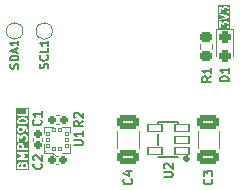
<source format=gbr>
%TF.GenerationSoftware,KiCad,Pcbnew,9.0.0*%
%TF.CreationDate,2025-05-23T15:59:46+04:00*%
%TF.ProjectId,02_04_sensor_barometer_BMP390L,30325f30-345f-4736-956e-736f725f6261,rev?*%
%TF.SameCoordinates,Original*%
%TF.FileFunction,Legend,Top*%
%TF.FilePolarity,Positive*%
%FSLAX46Y46*%
G04 Gerber Fmt 4.6, Leading zero omitted, Abs format (unit mm)*
G04 Created by KiCad (PCBNEW 9.0.0) date 2025-05-23 15:59:46*
%MOMM*%
%LPD*%
G01*
G04 APERTURE LIST*
G04 Aperture macros list*
%AMRoundRect*
0 Rectangle with rounded corners*
0 $1 Rounding radius*
0 $2 $3 $4 $5 $6 $7 $8 $9 X,Y pos of 4 corners*
0 Add a 4 corners polygon primitive as box body*
4,1,4,$2,$3,$4,$5,$6,$7,$8,$9,$2,$3,0*
0 Add four circle primitives for the rounded corners*
1,1,$1+$1,$2,$3*
1,1,$1+$1,$4,$5*
1,1,$1+$1,$6,$7*
1,1,$1+$1,$8,$9*
0 Add four rect primitives between the rounded corners*
20,1,$1+$1,$2,$3,$4,$5,0*
20,1,$1+$1,$4,$5,$6,$7,0*
20,1,$1+$1,$6,$7,$8,$9,0*
20,1,$1+$1,$8,$9,$2,$3,0*%
G04 Aperture macros list end*
%ADD10C,0.150000*%
%ADD11C,0.175000*%
%ADD12C,0.120000*%
%ADD13C,0.152000*%
%ADD14C,0.059995*%
%ADD15C,0.300000*%
%ADD16C,0.100000*%
%ADD17C,0.000000*%
%ADD18RoundRect,0.101600X0.175000X0.725000X-0.175000X0.725000X-0.175000X-0.725000X0.175000X-0.725000X0*%
%ADD19C,0.657200*%
%ADD20C,1.100000*%
%ADD21RoundRect,0.165000X0.195000X-0.165000X0.195000X0.165000X-0.195000X0.165000X-0.195000X-0.165000X0*%
%ADD22RoundRect,0.225000X-0.300000X0.225000X-0.300000X-0.225000X0.300000X-0.225000X0.300000X0.225000X0*%
%ADD23RoundRect,0.165000X-0.165000X-0.195000X0.165000X-0.195000X0.165000X0.195000X-0.165000X0.195000X0*%
%ADD24RoundRect,0.050000X0.600000X-0.300000X0.600000X0.300000X-0.600000X0.300000X-0.600000X-0.300000X0*%
%ADD25RoundRect,0.160000X0.160000X0.210000X-0.160000X0.210000X-0.160000X-0.210000X0.160000X-0.210000X0*%
%ADD26RoundRect,0.271739X0.678261X-0.353261X0.678261X0.353261X-0.678261X0.353261X-0.678261X-0.353261X0*%
%ADD27RoundRect,0.050000X0.150000X0.150000X-0.150000X0.150000X-0.150000X-0.150000X0.150000X-0.150000X0*%
%ADD28RoundRect,0.243750X-0.281250X0.243750X-0.281250X-0.243750X0.281250X-0.243750X0.281250X0.243750X0*%
G04 APERTURE END LIST*
D10*
G36*
X158248811Y-94418004D02*
G01*
X157243255Y-94418004D01*
X157243255Y-93833333D01*
X157321033Y-93833333D01*
X157321033Y-94266667D01*
X157322474Y-94281299D01*
X157333673Y-94308335D01*
X157354365Y-94329027D01*
X157381401Y-94340226D01*
X157410665Y-94340226D01*
X157437701Y-94329027D01*
X157458393Y-94308335D01*
X157469592Y-94281299D01*
X157471033Y-94266667D01*
X157471033Y-93998615D01*
X157613312Y-94123110D01*
X157619636Y-94127631D01*
X157621032Y-94129027D01*
X157622355Y-94129575D01*
X157625273Y-94131661D01*
X157636810Y-94135562D01*
X157648068Y-94140226D01*
X157650599Y-94140226D01*
X157652994Y-94141036D01*
X157665147Y-94140226D01*
X157677332Y-94140226D01*
X157679668Y-94139258D01*
X157682192Y-94139090D01*
X157693117Y-94133687D01*
X157704368Y-94129027D01*
X157706154Y-94127240D01*
X157708424Y-94126118D01*
X157716449Y-94116945D01*
X157725060Y-94108335D01*
X157726028Y-94105998D01*
X157727694Y-94104094D01*
X157731595Y-94092556D01*
X157736259Y-94081299D01*
X157736610Y-94077728D01*
X157737069Y-94076373D01*
X157736937Y-94074405D01*
X157737700Y-94066667D01*
X157737700Y-93984371D01*
X157757671Y-93944427D01*
X157773793Y-93928305D01*
X157813738Y-93908333D01*
X157944994Y-93908333D01*
X157984940Y-93928306D01*
X158001061Y-93944427D01*
X158021033Y-93984371D01*
X158021033Y-94148962D01*
X158001061Y-94188906D01*
X157976333Y-94213634D01*
X157967006Y-94224999D01*
X157955807Y-94252036D01*
X157955807Y-94281298D01*
X157967006Y-94308335D01*
X157987698Y-94329027D01*
X158014735Y-94340226D01*
X158043997Y-94340226D01*
X158071034Y-94329027D01*
X158082399Y-94319700D01*
X158115733Y-94286366D01*
X158120451Y-94280616D01*
X158121950Y-94279317D01*
X158123371Y-94277057D01*
X158125060Y-94275001D01*
X158125817Y-94273173D01*
X158129782Y-94266874D01*
X158163115Y-94200208D01*
X158168370Y-94186476D01*
X158168560Y-94183788D01*
X158169592Y-94181299D01*
X158171033Y-94166667D01*
X158171033Y-93966667D01*
X158169592Y-93952035D01*
X158168560Y-93949545D01*
X158168370Y-93946858D01*
X158163115Y-93933127D01*
X158129782Y-93866459D01*
X158125817Y-93860161D01*
X158125060Y-93858332D01*
X158123369Y-93856272D01*
X158121950Y-93854017D01*
X158120453Y-93852719D01*
X158115732Y-93846966D01*
X158082398Y-93813633D01*
X158076646Y-93808912D01*
X158075350Y-93807418D01*
X158073095Y-93805998D01*
X158071033Y-93804306D01*
X158069202Y-93803548D01*
X158062908Y-93799585D01*
X157996242Y-93766251D01*
X157982510Y-93760996D01*
X157979820Y-93760804D01*
X157977332Y-93759774D01*
X157962700Y-93758333D01*
X157796033Y-93758333D01*
X157781401Y-93759774D01*
X157778912Y-93760804D01*
X157776223Y-93760996D01*
X157762491Y-93766251D01*
X157695825Y-93799585D01*
X157689528Y-93803548D01*
X157687698Y-93804307D01*
X157685636Y-93805998D01*
X157683382Y-93807418D01*
X157682085Y-93808913D01*
X157676333Y-93813634D01*
X157643000Y-93846967D01*
X157638281Y-93852716D01*
X157636783Y-93854016D01*
X157635361Y-93856275D01*
X157633673Y-93858332D01*
X157632915Y-93860159D01*
X157628951Y-93866459D01*
X157604248Y-93915864D01*
X157445421Y-93776890D01*
X157439096Y-93772368D01*
X157437701Y-93770973D01*
X157436377Y-93770424D01*
X157433460Y-93768339D01*
X157421922Y-93764437D01*
X157410665Y-93759774D01*
X157408134Y-93759774D01*
X157405739Y-93758964D01*
X157393586Y-93759774D01*
X157381401Y-93759774D01*
X157379064Y-93760741D01*
X157376541Y-93760910D01*
X157365615Y-93766312D01*
X157354365Y-93770973D01*
X157352578Y-93772759D01*
X157350309Y-93773882D01*
X157342283Y-93783054D01*
X157333673Y-93791665D01*
X157332704Y-93794001D01*
X157331039Y-93795906D01*
X157327137Y-93807443D01*
X157322474Y-93818701D01*
X157322122Y-93822271D01*
X157321664Y-93823627D01*
X157321795Y-93825594D01*
X157321033Y-93833333D01*
X157243255Y-93833333D01*
X157243255Y-93157286D01*
X157321622Y-93157286D01*
X157323697Y-93186476D01*
X157336783Y-93212649D01*
X157358890Y-93231823D01*
X157372316Y-93237817D01*
X157858863Y-93399999D01*
X157372316Y-93562182D01*
X157358890Y-93568176D01*
X157336783Y-93587350D01*
X157323697Y-93613523D01*
X157321622Y-93642713D01*
X157330876Y-93670476D01*
X157350050Y-93692583D01*
X157376223Y-93705669D01*
X157405413Y-93707744D01*
X157419750Y-93704484D01*
X158119750Y-93471151D01*
X158133176Y-93465157D01*
X158137224Y-93461645D01*
X158142016Y-93459250D01*
X158148178Y-93452145D01*
X158155283Y-93445983D01*
X158157679Y-93441190D01*
X158161190Y-93437143D01*
X158164163Y-93428223D01*
X158168370Y-93419810D01*
X158168750Y-93414461D01*
X158170444Y-93409380D01*
X158169777Y-93400007D01*
X158170445Y-93390620D01*
X158168748Y-93385531D01*
X158168369Y-93380190D01*
X158164165Y-93371782D01*
X158161190Y-93362857D01*
X158157678Y-93358808D01*
X158155283Y-93354017D01*
X158148180Y-93347857D01*
X158142017Y-93340750D01*
X158137222Y-93338352D01*
X158133176Y-93334843D01*
X158119750Y-93328849D01*
X157419750Y-93095515D01*
X157405413Y-93092255D01*
X157376223Y-93094330D01*
X157350050Y-93107416D01*
X157330876Y-93129523D01*
X157321622Y-93157286D01*
X157243255Y-93157286D01*
X157243255Y-92566666D01*
X157321033Y-92566666D01*
X157321033Y-93000000D01*
X157322474Y-93014632D01*
X157333673Y-93041668D01*
X157354365Y-93062360D01*
X157381401Y-93073559D01*
X157410665Y-93073559D01*
X157437701Y-93062360D01*
X157458393Y-93041668D01*
X157469592Y-93014632D01*
X157471033Y-93000000D01*
X157471033Y-92731948D01*
X157613312Y-92856443D01*
X157619636Y-92860964D01*
X157621032Y-92862360D01*
X157622355Y-92862908D01*
X157625273Y-92864994D01*
X157636810Y-92868895D01*
X157648068Y-92873559D01*
X157650599Y-92873559D01*
X157652994Y-92874369D01*
X157665147Y-92873559D01*
X157677332Y-92873559D01*
X157679668Y-92872591D01*
X157682192Y-92872423D01*
X157693117Y-92867020D01*
X157704368Y-92862360D01*
X157706154Y-92860573D01*
X157708424Y-92859451D01*
X157716449Y-92850278D01*
X157725060Y-92841668D01*
X157726028Y-92839331D01*
X157727694Y-92837427D01*
X157731595Y-92825889D01*
X157736259Y-92814632D01*
X157736610Y-92811061D01*
X157737069Y-92809706D01*
X157736937Y-92807738D01*
X157737700Y-92800000D01*
X157737700Y-92717704D01*
X157757671Y-92677760D01*
X157773793Y-92661638D01*
X157813738Y-92641666D01*
X157944994Y-92641666D01*
X157984940Y-92661639D01*
X158001061Y-92677760D01*
X158021033Y-92717704D01*
X158021033Y-92882295D01*
X158001061Y-92922239D01*
X157976333Y-92946967D01*
X157967006Y-92958332D01*
X157955807Y-92985369D01*
X157955807Y-93014631D01*
X157967006Y-93041668D01*
X157987698Y-93062360D01*
X158014735Y-93073559D01*
X158043997Y-93073559D01*
X158071034Y-93062360D01*
X158082399Y-93053033D01*
X158115733Y-93019699D01*
X158120451Y-93013949D01*
X158121950Y-93012650D01*
X158123371Y-93010390D01*
X158125060Y-93008334D01*
X158125817Y-93006506D01*
X158129782Y-93000207D01*
X158163115Y-92933541D01*
X158168370Y-92919809D01*
X158168560Y-92917121D01*
X158169592Y-92914632D01*
X158171033Y-92900000D01*
X158171033Y-92700000D01*
X158169592Y-92685368D01*
X158168560Y-92682878D01*
X158168370Y-92680191D01*
X158163115Y-92666460D01*
X158129782Y-92599792D01*
X158125817Y-92593494D01*
X158125060Y-92591665D01*
X158123369Y-92589605D01*
X158121950Y-92587350D01*
X158120453Y-92586052D01*
X158115732Y-92580299D01*
X158082398Y-92546966D01*
X158076646Y-92542245D01*
X158075350Y-92540751D01*
X158073095Y-92539331D01*
X158071033Y-92537639D01*
X158069202Y-92536881D01*
X158062908Y-92532918D01*
X157996242Y-92499584D01*
X157982510Y-92494329D01*
X157979820Y-92494137D01*
X157977332Y-92493107D01*
X157962700Y-92491666D01*
X157796033Y-92491666D01*
X157781401Y-92493107D01*
X157778912Y-92494137D01*
X157776223Y-92494329D01*
X157762491Y-92499584D01*
X157695825Y-92532918D01*
X157689528Y-92536881D01*
X157687698Y-92537640D01*
X157685636Y-92539331D01*
X157683382Y-92540751D01*
X157682085Y-92542246D01*
X157676333Y-92546967D01*
X157643000Y-92580300D01*
X157638281Y-92586049D01*
X157636783Y-92587349D01*
X157635361Y-92589608D01*
X157633673Y-92591665D01*
X157632915Y-92593492D01*
X157628951Y-92599792D01*
X157604248Y-92649197D01*
X157445421Y-92510223D01*
X157439096Y-92505701D01*
X157437701Y-92504306D01*
X157436377Y-92503757D01*
X157433460Y-92501672D01*
X157421922Y-92497770D01*
X157410665Y-92493107D01*
X157408134Y-92493107D01*
X157405739Y-92492297D01*
X157393586Y-92493107D01*
X157381401Y-92493107D01*
X157379064Y-92494074D01*
X157376541Y-92494243D01*
X157365615Y-92499645D01*
X157354365Y-92504306D01*
X157352578Y-92506092D01*
X157350309Y-92507215D01*
X157342283Y-92516387D01*
X157333673Y-92524998D01*
X157332704Y-92527334D01*
X157331039Y-92529239D01*
X157327137Y-92540776D01*
X157322474Y-92552034D01*
X157322122Y-92555604D01*
X157321664Y-92556960D01*
X157321795Y-92558927D01*
X157321033Y-92566666D01*
X157243255Y-92566666D01*
X157243255Y-92413888D01*
X158248811Y-92413888D01*
X158248811Y-94418004D01*
G37*
D11*
G36*
X140521744Y-105889767D02*
G01*
X140537380Y-105905403D01*
X140557507Y-105945656D01*
X140557507Y-106087500D01*
X140375364Y-106087500D01*
X140375364Y-105945655D01*
X140395489Y-105905404D01*
X140411123Y-105889769D01*
X140451378Y-105869643D01*
X140481495Y-105869643D01*
X140521744Y-105889767D01*
G37*
G36*
X140914602Y-105854054D02*
G01*
X140930237Y-105869688D01*
X140950364Y-105909942D01*
X140950364Y-106087500D01*
X140732507Y-106087500D01*
X140732507Y-105939199D01*
X140757198Y-105865123D01*
X140768265Y-105854056D01*
X140808521Y-105833929D01*
X140874352Y-105833929D01*
X140914602Y-105854054D01*
G37*
G36*
X140557459Y-104246911D02*
G01*
X140573094Y-104262545D01*
X140593221Y-104302799D01*
X140593221Y-104480357D01*
X140375364Y-104480357D01*
X140375364Y-104302799D01*
X140395491Y-104262544D01*
X140411122Y-104246913D01*
X140451378Y-104226786D01*
X140517209Y-104226786D01*
X140557459Y-104246911D01*
G37*
G36*
X140628889Y-102818340D02*
G01*
X140644523Y-102833974D01*
X140664650Y-102874227D01*
X140664650Y-102975772D01*
X140644523Y-103016024D01*
X140628890Y-103031657D01*
X140588635Y-103051785D01*
X140451378Y-103051785D01*
X140411122Y-103031657D01*
X140395491Y-103016026D01*
X140375364Y-102975771D01*
X140375364Y-102874226D01*
X140395489Y-102833975D01*
X140411123Y-102818340D01*
X140451378Y-102798214D01*
X140588635Y-102798214D01*
X140628889Y-102818340D01*
G37*
G36*
X140864467Y-102114700D02*
G01*
X140914603Y-102139768D01*
X140930239Y-102155404D01*
X140950364Y-102195654D01*
X140950364Y-102225771D01*
X140930237Y-102266025D01*
X140914602Y-102281659D01*
X140864470Y-102306725D01*
X140741376Y-102337499D01*
X140584348Y-102337499D01*
X140461260Y-102306726D01*
X140411122Y-102281657D01*
X140395491Y-102266026D01*
X140375364Y-102225771D01*
X140375364Y-102195654D01*
X140395489Y-102155404D01*
X140411124Y-102139768D01*
X140461257Y-102114701D01*
X140584348Y-102083928D01*
X140741376Y-102083928D01*
X140864467Y-102114700D01*
G37*
G36*
X141212864Y-106350000D02*
G01*
X140112864Y-106350000D01*
X140112864Y-105925000D01*
X140200364Y-105925000D01*
X140200364Y-106175000D01*
X140202045Y-106192070D01*
X140215110Y-106223612D01*
X140239252Y-106247754D01*
X140270794Y-106260819D01*
X140287864Y-106262500D01*
X141037864Y-106262500D01*
X141054934Y-106260819D01*
X141086476Y-106247754D01*
X141110618Y-106223612D01*
X141123683Y-106192070D01*
X141125364Y-106175000D01*
X141125364Y-105889286D01*
X141123683Y-105872216D01*
X141122479Y-105869311D01*
X141122257Y-105866175D01*
X141116127Y-105850155D01*
X141080413Y-105778726D01*
X141075787Y-105771378D01*
X141074903Y-105769243D01*
X141072930Y-105766839D01*
X141071275Y-105764210D01*
X141069530Y-105762696D01*
X141064021Y-105755984D01*
X141028306Y-105720270D01*
X141021595Y-105714763D01*
X141020082Y-105713018D01*
X141017451Y-105711362D01*
X141015047Y-105709389D01*
X141012910Y-105708504D01*
X141005566Y-105703881D01*
X140934138Y-105668167D01*
X140918119Y-105662036D01*
X140914981Y-105661813D01*
X140912077Y-105660610D01*
X140895007Y-105658929D01*
X140787864Y-105658929D01*
X140770794Y-105660610D01*
X140767889Y-105661813D01*
X140764753Y-105662036D01*
X140748733Y-105668166D01*
X140677304Y-105703880D01*
X140669954Y-105708506D01*
X140667822Y-105709390D01*
X140665420Y-105711360D01*
X140662788Y-105713018D01*
X140661273Y-105714763D01*
X140654563Y-105720271D01*
X140626535Y-105748298D01*
X140624596Y-105747077D01*
X140622192Y-105745104D01*
X140620054Y-105744218D01*
X140612709Y-105739595D01*
X140541281Y-105703881D01*
X140525262Y-105697750D01*
X140522124Y-105697527D01*
X140519220Y-105696324D01*
X140502150Y-105694643D01*
X140430721Y-105694643D01*
X140413651Y-105696324D01*
X140410746Y-105697527D01*
X140407610Y-105697750D01*
X140391590Y-105703880D01*
X140320161Y-105739594D01*
X140312813Y-105744219D01*
X140310678Y-105745104D01*
X140308274Y-105747076D01*
X140305645Y-105748732D01*
X140304131Y-105750476D01*
X140297419Y-105755986D01*
X140261705Y-105791701D01*
X140256198Y-105798411D01*
X140254453Y-105799925D01*
X140252797Y-105802555D01*
X140250824Y-105804960D01*
X140249939Y-105807096D01*
X140245316Y-105814441D01*
X140209602Y-105885869D01*
X140203471Y-105901888D01*
X140203248Y-105905025D01*
X140202045Y-105907930D01*
X140200364Y-105925000D01*
X140112864Y-105925000D01*
X140112864Y-104938285D01*
X140201378Y-104938285D01*
X140202045Y-104940119D01*
X140202045Y-104942070D01*
X140207856Y-104956100D01*
X140213046Y-104970371D01*
X140214363Y-104971809D01*
X140215110Y-104973612D01*
X140225847Y-104984349D01*
X140236104Y-104995549D01*
X140238417Y-104996919D01*
X140239252Y-104997754D01*
X140241162Y-104998545D01*
X140250862Y-105004291D01*
X140616666Y-105175000D01*
X140250862Y-105345709D01*
X140241162Y-105351454D01*
X140239252Y-105352246D01*
X140238417Y-105353080D01*
X140236104Y-105354451D01*
X140225847Y-105365650D01*
X140215110Y-105376388D01*
X140214363Y-105378190D01*
X140213046Y-105379629D01*
X140207856Y-105393899D01*
X140202045Y-105407930D01*
X140202045Y-105409880D01*
X140201378Y-105411715D01*
X140202045Y-105426881D01*
X140202045Y-105442070D01*
X140202792Y-105443874D01*
X140202878Y-105445823D01*
X140209297Y-105459579D01*
X140215110Y-105473612D01*
X140216489Y-105474991D01*
X140217315Y-105476760D01*
X140228514Y-105487016D01*
X140239252Y-105497754D01*
X140241054Y-105498500D01*
X140242493Y-105499818D01*
X140256763Y-105505007D01*
X140270794Y-105510819D01*
X140273469Y-105511082D01*
X140274579Y-105511486D01*
X140276644Y-105511395D01*
X140287864Y-105512500D01*
X141037864Y-105512500D01*
X141054934Y-105510819D01*
X141086476Y-105497754D01*
X141110618Y-105473612D01*
X141123683Y-105442070D01*
X141123683Y-105407930D01*
X141110618Y-105376388D01*
X141086476Y-105352246D01*
X141054934Y-105339181D01*
X141037864Y-105337500D01*
X140682275Y-105337500D01*
X140860580Y-105254291D01*
X140866830Y-105250588D01*
X140868949Y-105249818D01*
X140870446Y-105248446D01*
X140875338Y-105245549D01*
X140884319Y-105235741D01*
X140894127Y-105226760D01*
X140895770Y-105223237D01*
X140898396Y-105220371D01*
X140902939Y-105207875D01*
X140908564Y-105195823D01*
X140908734Y-105191937D01*
X140910063Y-105188285D01*
X140909479Y-105175000D01*
X140910063Y-105161715D01*
X140908734Y-105158062D01*
X140908564Y-105154177D01*
X140902939Y-105142124D01*
X140898396Y-105129629D01*
X140895770Y-105126762D01*
X140894127Y-105123240D01*
X140884319Y-105114258D01*
X140875338Y-105104451D01*
X140870446Y-105101553D01*
X140868949Y-105100182D01*
X140866830Y-105099411D01*
X140860580Y-105095709D01*
X140682275Y-105012500D01*
X141037864Y-105012500D01*
X141054934Y-105010819D01*
X141086476Y-104997754D01*
X141110618Y-104973612D01*
X141123683Y-104942070D01*
X141123683Y-104907930D01*
X141110618Y-104876388D01*
X141086476Y-104852246D01*
X141054934Y-104839181D01*
X141037864Y-104837500D01*
X140287864Y-104837500D01*
X140276644Y-104838604D01*
X140274579Y-104838514D01*
X140273469Y-104838917D01*
X140270794Y-104839181D01*
X140256763Y-104844992D01*
X140242493Y-104850182D01*
X140241054Y-104851499D01*
X140239252Y-104852246D01*
X140228514Y-104862983D01*
X140217315Y-104873240D01*
X140216489Y-104875008D01*
X140215110Y-104876388D01*
X140209297Y-104890420D01*
X140202878Y-104904177D01*
X140202792Y-104906125D01*
X140202045Y-104907930D01*
X140202045Y-104923118D01*
X140201378Y-104938285D01*
X140112864Y-104938285D01*
X140112864Y-104282143D01*
X140200364Y-104282143D01*
X140200364Y-104567857D01*
X140202045Y-104584927D01*
X140215110Y-104616469D01*
X140239252Y-104640611D01*
X140270794Y-104653676D01*
X140287864Y-104655357D01*
X141037864Y-104655357D01*
X141054934Y-104653676D01*
X141086476Y-104640611D01*
X141110618Y-104616469D01*
X141123683Y-104584927D01*
X141123683Y-104550787D01*
X141110618Y-104519245D01*
X141086476Y-104495103D01*
X141054934Y-104482038D01*
X141037864Y-104480357D01*
X140768221Y-104480357D01*
X140768221Y-104282143D01*
X140766540Y-104265073D01*
X140765336Y-104262168D01*
X140765114Y-104259032D01*
X140758984Y-104243012D01*
X140723270Y-104171583D01*
X140718644Y-104164235D01*
X140717760Y-104162100D01*
X140715787Y-104159696D01*
X140714132Y-104157067D01*
X140712387Y-104155553D01*
X140706878Y-104148841D01*
X140671163Y-104113127D01*
X140664452Y-104107620D01*
X140662939Y-104105875D01*
X140660308Y-104104219D01*
X140657904Y-104102246D01*
X140655767Y-104101361D01*
X140648423Y-104096738D01*
X140576995Y-104061024D01*
X140560976Y-104054893D01*
X140557838Y-104054670D01*
X140554934Y-104053467D01*
X140537864Y-104051786D01*
X140430721Y-104051786D01*
X140413651Y-104053467D01*
X140410746Y-104054670D01*
X140407610Y-104054893D01*
X140391590Y-104061023D01*
X140320161Y-104096737D01*
X140312811Y-104101363D01*
X140310679Y-104102247D01*
X140308277Y-104104217D01*
X140305645Y-104105875D01*
X140304130Y-104107620D01*
X140297420Y-104113128D01*
X140261706Y-104148842D01*
X140256196Y-104155554D01*
X140254453Y-104157067D01*
X140252798Y-104159695D01*
X140250824Y-104162101D01*
X140249938Y-104164237D01*
X140245315Y-104171583D01*
X140209601Y-104243012D01*
X140203471Y-104259032D01*
X140203248Y-104262168D01*
X140202045Y-104265073D01*
X140200364Y-104282143D01*
X140112864Y-104282143D01*
X140112864Y-103425000D01*
X140200364Y-103425000D01*
X140200364Y-103889286D01*
X140202045Y-103906356D01*
X140215110Y-103937898D01*
X140239252Y-103962040D01*
X140270794Y-103975105D01*
X140304934Y-103975105D01*
X140336476Y-103962040D01*
X140360618Y-103937898D01*
X140373683Y-103906356D01*
X140375364Y-103889286D01*
X140375364Y-103617829D01*
X140515959Y-103740851D01*
X140523338Y-103746126D01*
X140524966Y-103747754D01*
X140526508Y-103748393D01*
X140529912Y-103750826D01*
X140543376Y-103755379D01*
X140556508Y-103760819D01*
X140559459Y-103760819D01*
X140562253Y-103761764D01*
X140576429Y-103760819D01*
X140590648Y-103760819D01*
X140593375Y-103759689D01*
X140596320Y-103759493D01*
X140609061Y-103753191D01*
X140622190Y-103747754D01*
X140624275Y-103745668D01*
X140626923Y-103744359D01*
X140636287Y-103733656D01*
X140646332Y-103723612D01*
X140647460Y-103720886D01*
X140649404Y-103718666D01*
X140653957Y-103705201D01*
X140659397Y-103692070D01*
X140659806Y-103687906D01*
X140660342Y-103686325D01*
X140660188Y-103684028D01*
X140661078Y-103675000D01*
X140661078Y-103588512D01*
X140681203Y-103548262D01*
X140696840Y-103532625D01*
X140737090Y-103512500D01*
X140874352Y-103512500D01*
X140914602Y-103532625D01*
X140930239Y-103548262D01*
X140950364Y-103588512D01*
X140950364Y-103761488D01*
X140930239Y-103801738D01*
X140904563Y-103827414D01*
X140893681Y-103840673D01*
X140880616Y-103872215D01*
X140880616Y-103906357D01*
X140893681Y-103937899D01*
X140917822Y-103962040D01*
X140949364Y-103975105D01*
X140983506Y-103975105D01*
X141015048Y-103962040D01*
X141028307Y-103951158D01*
X141064022Y-103915443D01*
X141069531Y-103908730D01*
X141071275Y-103907218D01*
X141072928Y-103904590D01*
X141074904Y-103902184D01*
X141075789Y-103900045D01*
X141080412Y-103892702D01*
X141116126Y-103821274D01*
X141122257Y-103805254D01*
X141122479Y-103802117D01*
X141123683Y-103799213D01*
X141125364Y-103782143D01*
X141125364Y-103567857D01*
X141123683Y-103550787D01*
X141122479Y-103547882D01*
X141122257Y-103544746D01*
X141116126Y-103528726D01*
X141080412Y-103457298D01*
X141075789Y-103449954D01*
X141074904Y-103447816D01*
X141072928Y-103445409D01*
X141071275Y-103442782D01*
X141069531Y-103441269D01*
X141064022Y-103434557D01*
X141028307Y-103398842D01*
X141021594Y-103393332D01*
X141020082Y-103391589D01*
X141017454Y-103389935D01*
X141015048Y-103387960D01*
X141012909Y-103387074D01*
X141005566Y-103382452D01*
X140934138Y-103346738D01*
X140918119Y-103340607D01*
X140914981Y-103340384D01*
X140912077Y-103339181D01*
X140895007Y-103337500D01*
X140716435Y-103337500D01*
X140699365Y-103339181D01*
X140696460Y-103340384D01*
X140693324Y-103340607D01*
X140677304Y-103346738D01*
X140605876Y-103382452D01*
X140598532Y-103387074D01*
X140596394Y-103387960D01*
X140593987Y-103389935D01*
X140591360Y-103391589D01*
X140589847Y-103393332D01*
X140583135Y-103398842D01*
X140547420Y-103434557D01*
X140541910Y-103441269D01*
X140540167Y-103442782D01*
X140538513Y-103445409D01*
X140536538Y-103447816D01*
X140535652Y-103449954D01*
X140531030Y-103457298D01*
X140508697Y-103501962D01*
X140345483Y-103359150D01*
X140338104Y-103353874D01*
X140336476Y-103352246D01*
X140334932Y-103351606D01*
X140331530Y-103349174D01*
X140318065Y-103344620D01*
X140304934Y-103339181D01*
X140301983Y-103339181D01*
X140299189Y-103338236D01*
X140285013Y-103339181D01*
X140270794Y-103339181D01*
X140268066Y-103340310D01*
X140265122Y-103340507D01*
X140252380Y-103346808D01*
X140239252Y-103352246D01*
X140237166Y-103354331D01*
X140234519Y-103355641D01*
X140225154Y-103366343D01*
X140215110Y-103376388D01*
X140213981Y-103379113D01*
X140212038Y-103381334D01*
X140207484Y-103394798D01*
X140202045Y-103407930D01*
X140201635Y-103412093D01*
X140201100Y-103413675D01*
X140201253Y-103415971D01*
X140200364Y-103425000D01*
X140112864Y-103425000D01*
X140112864Y-102853571D01*
X140200364Y-102853571D01*
X140200364Y-102996428D01*
X140202045Y-103013498D01*
X140203248Y-103016402D01*
X140203471Y-103019539D01*
X140209601Y-103035559D01*
X140245315Y-103106988D01*
X140249938Y-103114333D01*
X140250824Y-103116470D01*
X140252798Y-103118875D01*
X140254453Y-103121504D01*
X140256196Y-103123016D01*
X140261706Y-103129729D01*
X140297420Y-103165443D01*
X140304130Y-103170950D01*
X140305645Y-103172696D01*
X140308277Y-103174353D01*
X140310679Y-103176324D01*
X140312811Y-103177207D01*
X140320161Y-103181834D01*
X140391590Y-103217548D01*
X140407610Y-103223678D01*
X140410746Y-103223900D01*
X140413651Y-103225104D01*
X140430721Y-103226785D01*
X140609292Y-103226785D01*
X140626362Y-103225104D01*
X140629266Y-103223900D01*
X140632403Y-103223678D01*
X140648423Y-103217548D01*
X140719852Y-103181834D01*
X140727197Y-103177210D01*
X140729334Y-103176325D01*
X140731739Y-103174350D01*
X140734368Y-103172696D01*
X140735880Y-103170952D01*
X140742593Y-103165443D01*
X140778307Y-103129729D01*
X140783811Y-103123021D01*
X140785560Y-103121505D01*
X140787219Y-103118869D01*
X140789188Y-103116470D01*
X140790071Y-103114338D01*
X140794697Y-103106989D01*
X140830412Y-103035560D01*
X140836543Y-103019540D01*
X140836765Y-103016402D01*
X140837969Y-103013498D01*
X140839650Y-102996428D01*
X140839650Y-102853571D01*
X140838061Y-102837435D01*
X140910687Y-102885853D01*
X140930237Y-102905402D01*
X140950364Y-102945656D01*
X140950364Y-103067857D01*
X140952045Y-103084927D01*
X140965110Y-103116469D01*
X140989252Y-103140611D01*
X141020794Y-103153676D01*
X141054934Y-103153676D01*
X141086476Y-103140611D01*
X141110618Y-103116469D01*
X141123683Y-103084927D01*
X141125364Y-103067857D01*
X141125364Y-102925000D01*
X141123683Y-102907930D01*
X141122479Y-102905025D01*
X141122257Y-102901889D01*
X141116127Y-102885869D01*
X141080413Y-102814440D01*
X141075787Y-102807092D01*
X141074903Y-102804957D01*
X141072930Y-102802553D01*
X141071275Y-102799924D01*
X141069530Y-102798410D01*
X141064021Y-102791698D01*
X141028306Y-102755984D01*
X141028259Y-102755945D01*
X141028242Y-102755920D01*
X141021845Y-102750682D01*
X141015047Y-102745103D01*
X141015016Y-102745090D01*
X141014971Y-102745053D01*
X140907828Y-102673624D01*
X140898409Y-102668601D01*
X140896667Y-102667311D01*
X140894610Y-102666576D01*
X140892693Y-102665554D01*
X140890575Y-102665135D01*
X140880514Y-102661541D01*
X140737657Y-102625826D01*
X140734695Y-102625388D01*
X140733505Y-102624895D01*
X140727085Y-102624262D01*
X140720689Y-102623317D01*
X140719411Y-102623507D01*
X140716435Y-102623214D01*
X140430721Y-102623214D01*
X140413651Y-102624895D01*
X140410746Y-102626098D01*
X140407610Y-102626321D01*
X140391590Y-102632451D01*
X140320161Y-102668165D01*
X140312813Y-102672790D01*
X140310678Y-102673675D01*
X140308274Y-102675647D01*
X140305645Y-102677303D01*
X140304131Y-102679047D01*
X140297419Y-102684557D01*
X140261705Y-102720272D01*
X140256198Y-102726982D01*
X140254453Y-102728496D01*
X140252797Y-102731126D01*
X140250824Y-102733531D01*
X140249939Y-102735667D01*
X140245316Y-102743012D01*
X140209602Y-102814440D01*
X140203471Y-102830459D01*
X140203248Y-102833596D01*
X140202045Y-102836501D01*
X140200364Y-102853571D01*
X140112864Y-102853571D01*
X140112864Y-102174999D01*
X140200364Y-102174999D01*
X140200364Y-102246428D01*
X140202045Y-102263498D01*
X140203248Y-102266402D01*
X140203471Y-102269539D01*
X140209601Y-102285559D01*
X140245315Y-102356988D01*
X140249938Y-102364333D01*
X140250824Y-102366470D01*
X140252798Y-102368875D01*
X140254453Y-102371504D01*
X140256196Y-102373016D01*
X140261706Y-102379729D01*
X140297420Y-102415443D01*
X140304130Y-102420950D01*
X140305645Y-102422696D01*
X140308277Y-102424353D01*
X140310679Y-102426324D01*
X140312811Y-102427207D01*
X140320161Y-102431834D01*
X140391590Y-102467548D01*
X140392839Y-102468026D01*
X140393347Y-102468402D01*
X140400513Y-102470962D01*
X140407610Y-102473678D01*
X140408238Y-102473722D01*
X140409499Y-102474173D01*
X140552357Y-102509887D01*
X140555317Y-102510324D01*
X140556508Y-102510818D01*
X140562930Y-102511450D01*
X140569325Y-102512396D01*
X140570602Y-102512205D01*
X140573578Y-102512499D01*
X140752150Y-102512499D01*
X140755126Y-102512205D01*
X140756404Y-102512396D01*
X140762800Y-102511450D01*
X140769220Y-102510818D01*
X140770410Y-102510324D01*
X140773372Y-102509887D01*
X140916229Y-102474172D01*
X140917486Y-102473722D01*
X140918119Y-102473678D01*
X140925215Y-102470962D01*
X140932382Y-102468402D01*
X140932892Y-102468023D01*
X140934138Y-102467547D01*
X141005566Y-102431833D01*
X141012910Y-102427209D01*
X141015047Y-102426325D01*
X141017451Y-102424351D01*
X141020082Y-102422696D01*
X141021595Y-102420950D01*
X141028306Y-102415444D01*
X141064021Y-102379730D01*
X141069530Y-102373017D01*
X141071275Y-102371504D01*
X141072930Y-102368874D01*
X141074903Y-102366471D01*
X141075787Y-102364335D01*
X141080413Y-102356988D01*
X141116127Y-102285559D01*
X141122257Y-102269539D01*
X141122479Y-102266402D01*
X141123683Y-102263498D01*
X141125364Y-102246428D01*
X141125364Y-102174999D01*
X141123683Y-102157929D01*
X141122479Y-102155024D01*
X141122257Y-102151888D01*
X141116126Y-102135868D01*
X141080412Y-102064440D01*
X141075788Y-102057094D01*
X141074903Y-102054957D01*
X141072929Y-102052552D01*
X141071275Y-102049924D01*
X141069530Y-102048411D01*
X141064021Y-102041698D01*
X141028306Y-102005984D01*
X141021595Y-102000477D01*
X141020083Y-101998733D01*
X141017452Y-101997077D01*
X141015047Y-101995103D01*
X141012911Y-101994218D01*
X141005567Y-101989595D01*
X140934139Y-101953880D01*
X140932891Y-101953402D01*
X140932382Y-101953025D01*
X140925221Y-101950467D01*
X140918119Y-101947749D01*
X140917486Y-101947704D01*
X140916229Y-101947255D01*
X140773372Y-101911540D01*
X140770410Y-101911102D01*
X140769220Y-101910609D01*
X140762800Y-101909976D01*
X140756404Y-101909031D01*
X140755126Y-101909221D01*
X140752150Y-101908928D01*
X140573578Y-101908928D01*
X140570602Y-101909221D01*
X140569325Y-101909031D01*
X140562930Y-101909976D01*
X140556508Y-101910609D01*
X140555317Y-101911102D01*
X140552357Y-101911540D01*
X140409499Y-101947254D01*
X140408238Y-101947704D01*
X140407609Y-101947749D01*
X140400515Y-101950463D01*
X140393347Y-101953025D01*
X140392838Y-101953401D01*
X140391589Y-101953880D01*
X140320160Y-101989595D01*
X140312810Y-101994220D01*
X140310679Y-101995104D01*
X140308279Y-101997072D01*
X140305644Y-101998732D01*
X140304127Y-102000480D01*
X140297420Y-102005985D01*
X140261706Y-102041699D01*
X140256196Y-102048411D01*
X140254453Y-102049924D01*
X140252799Y-102052551D01*
X140250824Y-102054958D01*
X140249938Y-102057096D01*
X140245316Y-102064440D01*
X140209602Y-102135868D01*
X140203471Y-102151887D01*
X140203248Y-102155024D01*
X140202045Y-102157929D01*
X140200364Y-102174999D01*
X140112864Y-102174999D01*
X140112864Y-101657929D01*
X140202045Y-101657929D01*
X140202045Y-101692069D01*
X140215110Y-101723611D01*
X140239252Y-101747753D01*
X140270794Y-101760818D01*
X140287864Y-101762499D01*
X141037864Y-101762499D01*
X141054934Y-101760818D01*
X141086476Y-101747753D01*
X141110618Y-101723611D01*
X141123683Y-101692069D01*
X141125364Y-101674999D01*
X141125364Y-101317856D01*
X141123683Y-101300786D01*
X141110618Y-101269244D01*
X141086476Y-101245102D01*
X141054934Y-101232037D01*
X141020794Y-101232037D01*
X140989252Y-101245102D01*
X140965110Y-101269244D01*
X140952045Y-101300786D01*
X140950364Y-101317856D01*
X140950364Y-101587499D01*
X140287864Y-101587499D01*
X140270794Y-101589180D01*
X140239252Y-101602245D01*
X140215110Y-101626387D01*
X140202045Y-101657929D01*
X140112864Y-101657929D01*
X140112864Y-101144537D01*
X141212864Y-101144537D01*
X141212864Y-106350000D01*
G37*
D10*
X142782700Y-97766666D02*
X142816033Y-97666666D01*
X142816033Y-97666666D02*
X142816033Y-97500000D01*
X142816033Y-97500000D02*
X142782700Y-97433333D01*
X142782700Y-97433333D02*
X142749366Y-97400000D01*
X142749366Y-97400000D02*
X142682700Y-97366666D01*
X142682700Y-97366666D02*
X142616033Y-97366666D01*
X142616033Y-97366666D02*
X142549366Y-97400000D01*
X142549366Y-97400000D02*
X142516033Y-97433333D01*
X142516033Y-97433333D02*
X142482700Y-97500000D01*
X142482700Y-97500000D02*
X142449366Y-97633333D01*
X142449366Y-97633333D02*
X142416033Y-97700000D01*
X142416033Y-97700000D02*
X142382700Y-97733333D01*
X142382700Y-97733333D02*
X142316033Y-97766666D01*
X142316033Y-97766666D02*
X142249366Y-97766666D01*
X142249366Y-97766666D02*
X142182700Y-97733333D01*
X142182700Y-97733333D02*
X142149366Y-97700000D01*
X142149366Y-97700000D02*
X142116033Y-97633333D01*
X142116033Y-97633333D02*
X142116033Y-97466666D01*
X142116033Y-97466666D02*
X142149366Y-97366666D01*
X142749366Y-96666666D02*
X142782700Y-96699999D01*
X142782700Y-96699999D02*
X142816033Y-96799999D01*
X142816033Y-96799999D02*
X142816033Y-96866666D01*
X142816033Y-96866666D02*
X142782700Y-96966666D01*
X142782700Y-96966666D02*
X142716033Y-97033333D01*
X142716033Y-97033333D02*
X142649366Y-97066666D01*
X142649366Y-97066666D02*
X142516033Y-97099999D01*
X142516033Y-97099999D02*
X142416033Y-97099999D01*
X142416033Y-97099999D02*
X142282700Y-97066666D01*
X142282700Y-97066666D02*
X142216033Y-97033333D01*
X142216033Y-97033333D02*
X142149366Y-96966666D01*
X142149366Y-96966666D02*
X142116033Y-96866666D01*
X142116033Y-96866666D02*
X142116033Y-96799999D01*
X142116033Y-96799999D02*
X142149366Y-96699999D01*
X142149366Y-96699999D02*
X142182700Y-96666666D01*
X142816033Y-96033333D02*
X142816033Y-96366666D01*
X142816033Y-96366666D02*
X142116033Y-96366666D01*
X142816033Y-95433332D02*
X142816033Y-95833332D01*
X142816033Y-95633332D02*
X142116033Y-95633332D01*
X142116033Y-95633332D02*
X142216033Y-95699999D01*
X142216033Y-95699999D02*
X142282700Y-95766666D01*
X142282700Y-95766666D02*
X142316033Y-95833332D01*
D11*
X142206364Y-102125127D02*
X142242079Y-102160841D01*
X142242079Y-102160841D02*
X142277793Y-102267984D01*
X142277793Y-102267984D02*
X142277793Y-102339412D01*
X142277793Y-102339412D02*
X142242079Y-102446555D01*
X142242079Y-102446555D02*
X142170650Y-102517984D01*
X142170650Y-102517984D02*
X142099221Y-102553698D01*
X142099221Y-102553698D02*
X141956364Y-102589412D01*
X141956364Y-102589412D02*
X141849221Y-102589412D01*
X141849221Y-102589412D02*
X141706364Y-102553698D01*
X141706364Y-102553698D02*
X141634936Y-102517984D01*
X141634936Y-102517984D02*
X141563507Y-102446555D01*
X141563507Y-102446555D02*
X141527793Y-102339412D01*
X141527793Y-102339412D02*
X141527793Y-102267984D01*
X141527793Y-102267984D02*
X141563507Y-102160841D01*
X141563507Y-102160841D02*
X141599221Y-102125127D01*
X142277793Y-101410841D02*
X142277793Y-101839412D01*
X142277793Y-101625127D02*
X141527793Y-101625127D01*
X141527793Y-101625127D02*
X141634936Y-101696555D01*
X141634936Y-101696555D02*
X141706364Y-101767984D01*
X141706364Y-101767984D02*
X141742079Y-101839412D01*
X156637864Y-98450000D02*
X156280721Y-98700000D01*
X156637864Y-98878571D02*
X155887864Y-98878571D01*
X155887864Y-98878571D02*
X155887864Y-98592857D01*
X155887864Y-98592857D02*
X155923578Y-98521428D01*
X155923578Y-98521428D02*
X155959292Y-98485714D01*
X155959292Y-98485714D02*
X156030721Y-98450000D01*
X156030721Y-98450000D02*
X156137864Y-98450000D01*
X156137864Y-98450000D02*
X156209292Y-98485714D01*
X156209292Y-98485714D02*
X156245007Y-98521428D01*
X156245007Y-98521428D02*
X156280721Y-98592857D01*
X156280721Y-98592857D02*
X156280721Y-98878571D01*
X156637864Y-97735714D02*
X156637864Y-98164285D01*
X156637864Y-97950000D02*
X155887864Y-97950000D01*
X155887864Y-97950000D02*
X155995007Y-98021428D01*
X155995007Y-98021428D02*
X156066435Y-98092857D01*
X156066435Y-98092857D02*
X156102150Y-98164285D01*
X142266435Y-105825000D02*
X142302150Y-105860714D01*
X142302150Y-105860714D02*
X142337864Y-105967857D01*
X142337864Y-105967857D02*
X142337864Y-106039285D01*
X142337864Y-106039285D02*
X142302150Y-106146428D01*
X142302150Y-106146428D02*
X142230721Y-106217857D01*
X142230721Y-106217857D02*
X142159292Y-106253571D01*
X142159292Y-106253571D02*
X142016435Y-106289285D01*
X142016435Y-106289285D02*
X141909292Y-106289285D01*
X141909292Y-106289285D02*
X141766435Y-106253571D01*
X141766435Y-106253571D02*
X141695007Y-106217857D01*
X141695007Y-106217857D02*
X141623578Y-106146428D01*
X141623578Y-106146428D02*
X141587864Y-106039285D01*
X141587864Y-106039285D02*
X141587864Y-105967857D01*
X141587864Y-105967857D02*
X141623578Y-105860714D01*
X141623578Y-105860714D02*
X141659292Y-105825000D01*
X141659292Y-105539285D02*
X141623578Y-105503571D01*
X141623578Y-105503571D02*
X141587864Y-105432143D01*
X141587864Y-105432143D02*
X141587864Y-105253571D01*
X141587864Y-105253571D02*
X141623578Y-105182143D01*
X141623578Y-105182143D02*
X141659292Y-105146428D01*
X141659292Y-105146428D02*
X141730721Y-105110714D01*
X141730721Y-105110714D02*
X141802150Y-105110714D01*
X141802150Y-105110714D02*
X141909292Y-105146428D01*
X141909292Y-105146428D02*
X142337864Y-105575000D01*
X142337864Y-105575000D02*
X142337864Y-105110714D01*
X152627532Y-106971428D02*
X153234675Y-106971428D01*
X153234675Y-106971428D02*
X153306103Y-106935714D01*
X153306103Y-106935714D02*
X153341818Y-106900000D01*
X153341818Y-106900000D02*
X153377532Y-106828571D01*
X153377532Y-106828571D02*
X153377532Y-106685714D01*
X153377532Y-106685714D02*
X153341818Y-106614285D01*
X153341818Y-106614285D02*
X153306103Y-106578571D01*
X153306103Y-106578571D02*
X153234675Y-106542857D01*
X153234675Y-106542857D02*
X152627532Y-106542857D01*
X152698960Y-106221428D02*
X152663246Y-106185714D01*
X152663246Y-106185714D02*
X152627532Y-106114286D01*
X152627532Y-106114286D02*
X152627532Y-105935714D01*
X152627532Y-105935714D02*
X152663246Y-105864286D01*
X152663246Y-105864286D02*
X152698960Y-105828571D01*
X152698960Y-105828571D02*
X152770389Y-105792857D01*
X152770389Y-105792857D02*
X152841818Y-105792857D01*
X152841818Y-105792857D02*
X152948960Y-105828571D01*
X152948960Y-105828571D02*
X153377532Y-106257143D01*
X153377532Y-106257143D02*
X153377532Y-105792857D01*
X145777793Y-102225127D02*
X145420650Y-102475127D01*
X145777793Y-102653698D02*
X145027793Y-102653698D01*
X145027793Y-102653698D02*
X145027793Y-102367984D01*
X145027793Y-102367984D02*
X145063507Y-102296555D01*
X145063507Y-102296555D02*
X145099221Y-102260841D01*
X145099221Y-102260841D02*
X145170650Y-102225127D01*
X145170650Y-102225127D02*
X145277793Y-102225127D01*
X145277793Y-102225127D02*
X145349221Y-102260841D01*
X145349221Y-102260841D02*
X145384936Y-102296555D01*
X145384936Y-102296555D02*
X145420650Y-102367984D01*
X145420650Y-102367984D02*
X145420650Y-102653698D01*
X145099221Y-101939412D02*
X145063507Y-101903698D01*
X145063507Y-101903698D02*
X145027793Y-101832270D01*
X145027793Y-101832270D02*
X145027793Y-101653698D01*
X145027793Y-101653698D02*
X145063507Y-101582270D01*
X145063507Y-101582270D02*
X145099221Y-101546555D01*
X145099221Y-101546555D02*
X145170650Y-101510841D01*
X145170650Y-101510841D02*
X145242079Y-101510841D01*
X145242079Y-101510841D02*
X145349221Y-101546555D01*
X145349221Y-101546555D02*
X145777793Y-101975127D01*
X145777793Y-101975127D02*
X145777793Y-101510841D01*
X156666435Y-107125000D02*
X156702150Y-107160714D01*
X156702150Y-107160714D02*
X156737864Y-107267857D01*
X156737864Y-107267857D02*
X156737864Y-107339285D01*
X156737864Y-107339285D02*
X156702150Y-107446428D01*
X156702150Y-107446428D02*
X156630721Y-107517857D01*
X156630721Y-107517857D02*
X156559292Y-107553571D01*
X156559292Y-107553571D02*
X156416435Y-107589285D01*
X156416435Y-107589285D02*
X156309292Y-107589285D01*
X156309292Y-107589285D02*
X156166435Y-107553571D01*
X156166435Y-107553571D02*
X156095007Y-107517857D01*
X156095007Y-107517857D02*
X156023578Y-107446428D01*
X156023578Y-107446428D02*
X155987864Y-107339285D01*
X155987864Y-107339285D02*
X155987864Y-107267857D01*
X155987864Y-107267857D02*
X156023578Y-107160714D01*
X156023578Y-107160714D02*
X156059292Y-107125000D01*
X155987864Y-106875000D02*
X155987864Y-106410714D01*
X155987864Y-106410714D02*
X156273578Y-106660714D01*
X156273578Y-106660714D02*
X156273578Y-106553571D01*
X156273578Y-106553571D02*
X156309292Y-106482143D01*
X156309292Y-106482143D02*
X156345007Y-106446428D01*
X156345007Y-106446428D02*
X156416435Y-106410714D01*
X156416435Y-106410714D02*
X156595007Y-106410714D01*
X156595007Y-106410714D02*
X156666435Y-106446428D01*
X156666435Y-106446428D02*
X156702150Y-106482143D01*
X156702150Y-106482143D02*
X156737864Y-106553571D01*
X156737864Y-106553571D02*
X156737864Y-106767857D01*
X156737864Y-106767857D02*
X156702150Y-106839285D01*
X156702150Y-106839285D02*
X156666435Y-106875000D01*
X145027793Y-104271555D02*
X145634936Y-104271555D01*
X145634936Y-104271555D02*
X145706364Y-104235841D01*
X145706364Y-104235841D02*
X145742079Y-104200127D01*
X145742079Y-104200127D02*
X145777793Y-104128698D01*
X145777793Y-104128698D02*
X145777793Y-103985841D01*
X145777793Y-103985841D02*
X145742079Y-103914412D01*
X145742079Y-103914412D02*
X145706364Y-103878698D01*
X145706364Y-103878698D02*
X145634936Y-103842984D01*
X145634936Y-103842984D02*
X145027793Y-103842984D01*
X145777793Y-103092984D02*
X145777793Y-103521555D01*
X145777793Y-103307270D02*
X145027793Y-103307270D01*
X145027793Y-103307270D02*
X145134936Y-103378698D01*
X145134936Y-103378698D02*
X145206364Y-103450127D01*
X145206364Y-103450127D02*
X145242079Y-103521555D01*
D10*
X140282700Y-97783333D02*
X140316033Y-97683333D01*
X140316033Y-97683333D02*
X140316033Y-97516667D01*
X140316033Y-97516667D02*
X140282700Y-97450000D01*
X140282700Y-97450000D02*
X140249366Y-97416667D01*
X140249366Y-97416667D02*
X140182700Y-97383333D01*
X140182700Y-97383333D02*
X140116033Y-97383333D01*
X140116033Y-97383333D02*
X140049366Y-97416667D01*
X140049366Y-97416667D02*
X140016033Y-97450000D01*
X140016033Y-97450000D02*
X139982700Y-97516667D01*
X139982700Y-97516667D02*
X139949366Y-97650000D01*
X139949366Y-97650000D02*
X139916033Y-97716667D01*
X139916033Y-97716667D02*
X139882700Y-97750000D01*
X139882700Y-97750000D02*
X139816033Y-97783333D01*
X139816033Y-97783333D02*
X139749366Y-97783333D01*
X139749366Y-97783333D02*
X139682700Y-97750000D01*
X139682700Y-97750000D02*
X139649366Y-97716667D01*
X139649366Y-97716667D02*
X139616033Y-97650000D01*
X139616033Y-97650000D02*
X139616033Y-97483333D01*
X139616033Y-97483333D02*
X139649366Y-97383333D01*
X140316033Y-97083333D02*
X139616033Y-97083333D01*
X139616033Y-97083333D02*
X139616033Y-96916666D01*
X139616033Y-96916666D02*
X139649366Y-96816666D01*
X139649366Y-96816666D02*
X139716033Y-96750000D01*
X139716033Y-96750000D02*
X139782700Y-96716666D01*
X139782700Y-96716666D02*
X139916033Y-96683333D01*
X139916033Y-96683333D02*
X140016033Y-96683333D01*
X140016033Y-96683333D02*
X140149366Y-96716666D01*
X140149366Y-96716666D02*
X140216033Y-96750000D01*
X140216033Y-96750000D02*
X140282700Y-96816666D01*
X140282700Y-96816666D02*
X140316033Y-96916666D01*
X140316033Y-96916666D02*
X140316033Y-97083333D01*
X140116033Y-96416666D02*
X140116033Y-96083333D01*
X140316033Y-96483333D02*
X139616033Y-96250000D01*
X139616033Y-96250000D02*
X140316033Y-96016666D01*
X140316033Y-95416666D02*
X140316033Y-95816666D01*
X140316033Y-95616666D02*
X139616033Y-95616666D01*
X139616033Y-95616666D02*
X139716033Y-95683333D01*
X139716033Y-95683333D02*
X139782700Y-95750000D01*
X139782700Y-95750000D02*
X139816033Y-95816666D01*
D11*
X149866435Y-107125000D02*
X149902150Y-107160714D01*
X149902150Y-107160714D02*
X149937864Y-107267857D01*
X149937864Y-107267857D02*
X149937864Y-107339285D01*
X149937864Y-107339285D02*
X149902150Y-107446428D01*
X149902150Y-107446428D02*
X149830721Y-107517857D01*
X149830721Y-107517857D02*
X149759292Y-107553571D01*
X149759292Y-107553571D02*
X149616435Y-107589285D01*
X149616435Y-107589285D02*
X149509292Y-107589285D01*
X149509292Y-107589285D02*
X149366435Y-107553571D01*
X149366435Y-107553571D02*
X149295007Y-107517857D01*
X149295007Y-107517857D02*
X149223578Y-107446428D01*
X149223578Y-107446428D02*
X149187864Y-107339285D01*
X149187864Y-107339285D02*
X149187864Y-107267857D01*
X149187864Y-107267857D02*
X149223578Y-107160714D01*
X149223578Y-107160714D02*
X149259292Y-107125000D01*
X149437864Y-106482143D02*
X149937864Y-106482143D01*
X149152150Y-106660714D02*
X149687864Y-106839285D01*
X149687864Y-106839285D02*
X149687864Y-106375000D01*
X158137864Y-98853571D02*
X157387864Y-98853571D01*
X157387864Y-98853571D02*
X157387864Y-98675000D01*
X157387864Y-98675000D02*
X157423578Y-98567857D01*
X157423578Y-98567857D02*
X157495007Y-98496428D01*
X157495007Y-98496428D02*
X157566435Y-98460714D01*
X157566435Y-98460714D02*
X157709292Y-98425000D01*
X157709292Y-98425000D02*
X157816435Y-98425000D01*
X157816435Y-98425000D02*
X157959292Y-98460714D01*
X157959292Y-98460714D02*
X158030721Y-98496428D01*
X158030721Y-98496428D02*
X158102150Y-98567857D01*
X158102150Y-98567857D02*
X158137864Y-98675000D01*
X158137864Y-98675000D02*
X158137864Y-98853571D01*
X158137864Y-97710714D02*
X158137864Y-98139285D01*
X158137864Y-97925000D02*
X157387864Y-97925000D01*
X157387864Y-97925000D02*
X157495007Y-97996428D01*
X157495007Y-97996428D02*
X157566435Y-98067857D01*
X157566435Y-98067857D02*
X157602150Y-98139285D01*
D12*
%TO.C,SCL1*%
X143200000Y-94600000D02*
G75*
G02*
X141800000Y-94600000I-700000J0D01*
G01*
X141800000Y-94600000D02*
G75*
G02*
X143200000Y-94600000I700000J0D01*
G01*
%TO.C,C1*%
X141579929Y-103907963D02*
X141579929Y-103692291D01*
X142299929Y-103907963D02*
X142299929Y-103692291D01*
%TO.C,R1*%
X155677500Y-95662742D02*
X155677500Y-96137258D01*
X156722500Y-95662742D02*
X156722500Y-96137258D01*
%TO.C,C2*%
X143492164Y-105140000D02*
X143707836Y-105140000D01*
X143492164Y-105860000D02*
X143707836Y-105860000D01*
D13*
%TO.C,U2*%
X152150013Y-102300000D02*
X153850013Y-102300000D01*
X152150013Y-102369799D02*
X152150013Y-102300000D01*
X152150013Y-104269723D02*
X152150013Y-103330074D01*
X152150013Y-105300000D02*
X152150013Y-105229997D01*
X153850013Y-102300000D02*
X153850013Y-102369799D01*
X153850013Y-105229997D02*
X153850013Y-105300000D01*
X153850013Y-105300000D02*
X152150013Y-105300000D01*
D14*
X154429896Y-105250089D02*
G75*
G02*
X154369952Y-105250089I-29972J0D01*
G01*
X154369952Y-105250089D02*
G75*
G02*
X154429896Y-105250089I29972J0D01*
G01*
D15*
X154679324Y-105410871D02*
G75*
G02*
X154379096Y-105410871I-150114J0D01*
G01*
X154379096Y-105410871D02*
G75*
G02*
X154679324Y-105410871I150114J0D01*
G01*
D12*
%TO.C,R2*%
X143793570Y-101720127D02*
X143486288Y-101720127D01*
X143793570Y-102480127D02*
X143486288Y-102480127D01*
%TO.C,C3*%
X155490000Y-104511252D02*
X155490000Y-103088748D01*
X157310000Y-104511252D02*
X157310000Y-103088748D01*
D16*
%TO.C,U1*%
X142519888Y-102700102D02*
X142519888Y-103200102D01*
X142519888Y-104200102D02*
X142519888Y-104900076D01*
X142519888Y-104900076D02*
X143219888Y-104900076D01*
X143219888Y-102700102D02*
X142519888Y-102700102D01*
X144019888Y-102700102D02*
X144719888Y-102700102D01*
X144019888Y-104900076D02*
X144719888Y-104900076D01*
X144719888Y-102700102D02*
X144719888Y-103200102D01*
X144719888Y-104900076D02*
X144719888Y-104200102D01*
D14*
X142649936Y-104800000D02*
G75*
G02*
X142589992Y-104800000I-29972J0D01*
G01*
X142589992Y-104800000D02*
G75*
G02*
X142649936Y-104800000I29972J0D01*
G01*
D16*
X143437846Y-105150775D02*
G75*
G02*
X143170130Y-105150775I-133858J0D01*
G01*
X143170130Y-105150775D02*
G75*
G02*
X143437846Y-105150775I133858J0D01*
G01*
D12*
%TO.C,SDA1*%
X140700000Y-94600000D02*
G75*
G02*
X139300000Y-94600000I-700000J0D01*
G01*
X139300000Y-94600000D02*
G75*
G02*
X140700000Y-94600000I700000J0D01*
G01*
%TO.C,C4*%
X148690000Y-104511252D02*
X148690000Y-103088748D01*
X150510000Y-104511252D02*
X150510000Y-103088748D01*
%TO.C,D1*%
X157045000Y-94415000D02*
X157045000Y-96700000D01*
X158515000Y-94415000D02*
X157045000Y-94415000D01*
X158515000Y-96700000D02*
X158515000Y-94415000D01*
%TD*%
%LPC*%
D16*
X138500000Y-113900000D02*
X158400000Y-113900000D01*
X158400000Y-114500000D01*
X138500000Y-114500000D01*
X138500000Y-113900000D01*
G36*
X138500000Y-113900000D02*
G01*
X158400000Y-113900000D01*
X158400000Y-114500000D01*
X138500000Y-114500000D01*
X138500000Y-113900000D01*
G37*
D17*
%TO.C,J1*%
G36*
X150776586Y-92728884D02*
G01*
X150855538Y-93023535D01*
X150984456Y-93300000D01*
X151159422Y-93549878D01*
X151375122Y-93765578D01*
X151625000Y-93940544D01*
X151901465Y-94069462D01*
X152196116Y-94148414D01*
X152500000Y-94175000D01*
X152803884Y-94148414D01*
X153098535Y-94069462D01*
X153375000Y-93940544D01*
X153624878Y-93765578D01*
X153840578Y-93549878D01*
X154015544Y-93300000D01*
X154144462Y-93023535D01*
X154250000Y-92425000D01*
X155250000Y-92425000D01*
X155226473Y-92783947D01*
X155156296Y-93136752D01*
X155040669Y-93477379D01*
X154881570Y-93800000D01*
X154681722Y-94099094D01*
X154444544Y-94369544D01*
X154174094Y-94606722D01*
X153875000Y-94806570D01*
X153552379Y-94965669D01*
X153211752Y-95081296D01*
X152500000Y-95175000D01*
X152141053Y-95151473D01*
X151788248Y-95081296D01*
X151447621Y-94965669D01*
X151125000Y-94806570D01*
X150825906Y-94606722D01*
X150555456Y-94369544D01*
X150318278Y-94099094D01*
X150118430Y-93800000D01*
X149959331Y-93477379D01*
X149843704Y-93136752D01*
X149773527Y-92783947D01*
X149750000Y-92425000D01*
X150750000Y-92425000D01*
X150776586Y-92728884D01*
G37*
%TD*%
D18*
%TO.C,J1*%
X157750000Y-113150000D03*
X157250000Y-113150000D03*
X156750000Y-113150000D03*
X156250000Y-113150000D03*
X155750000Y-113150000D03*
X155250000Y-113150000D03*
X154750000Y-113150000D03*
X154250000Y-113150000D03*
X153750000Y-113150000D03*
X153250000Y-113150000D03*
X152750000Y-113150000D03*
X152250000Y-113150000D03*
X149750000Y-113150000D03*
X149250000Y-113150000D03*
X148750000Y-113150000D03*
X148250000Y-113150000D03*
X147750000Y-113150000D03*
X147250000Y-113150000D03*
X146750000Y-113150000D03*
X146250000Y-113150000D03*
X145750000Y-113150000D03*
X145250000Y-113150000D03*
X144750000Y-113150000D03*
X144250000Y-113150000D03*
X143750000Y-113150000D03*
X143250000Y-113150000D03*
X142750000Y-113150000D03*
X142250000Y-113150000D03*
X141750000Y-113150000D03*
X141250000Y-113150000D03*
X140750000Y-113150000D03*
X140250000Y-113150000D03*
X139750000Y-113150000D03*
X139250000Y-113150000D03*
D19*
X150400000Y-93425000D03*
X152500000Y-94725000D03*
X154600000Y-93425000D03*
%TD*%
D20*
%TO.C,SCL1*%
X142500000Y-94600000D03*
%TD*%
D21*
%TO.C,C1*%
X141939929Y-104280127D03*
X141939929Y-103320127D03*
%TD*%
D22*
%TO.C,R1*%
X156200000Y-95075000D03*
X156200000Y-96725000D03*
%TD*%
D23*
%TO.C,C2*%
X143120000Y-105500000D03*
X144080000Y-105500000D03*
%TD*%
D24*
%TO.C,U2*%
X154149987Y-104749962D03*
X154149987Y-103800000D03*
X154149987Y-102850038D03*
X151850013Y-102850038D03*
X151850013Y-104749962D03*
%TD*%
D25*
%TO.C,R2*%
X144149929Y-102100127D03*
X143129929Y-102100127D03*
%TD*%
D26*
%TO.C,C3*%
X156400000Y-105275000D03*
X156400000Y-102325000D03*
%TD*%
D27*
%TO.C,U1*%
X143370028Y-104580036D03*
X143869901Y-104580036D03*
X144400000Y-104300127D03*
X144400000Y-103800000D03*
X144400000Y-103300127D03*
X143869901Y-103019965D03*
X143370028Y-103019965D03*
X142839929Y-103300127D03*
X142839929Y-103800000D03*
X142839929Y-104300127D03*
%TD*%
D20*
%TO.C,SDA1*%
X140000000Y-94600000D03*
%TD*%
D26*
%TO.C,C4*%
X149600000Y-105275000D03*
X149600000Y-102325000D03*
%TD*%
D28*
%TO.C,D1*%
X157780000Y-95112500D03*
X157780000Y-96687500D03*
%TD*%
%LPD*%
M02*

</source>
